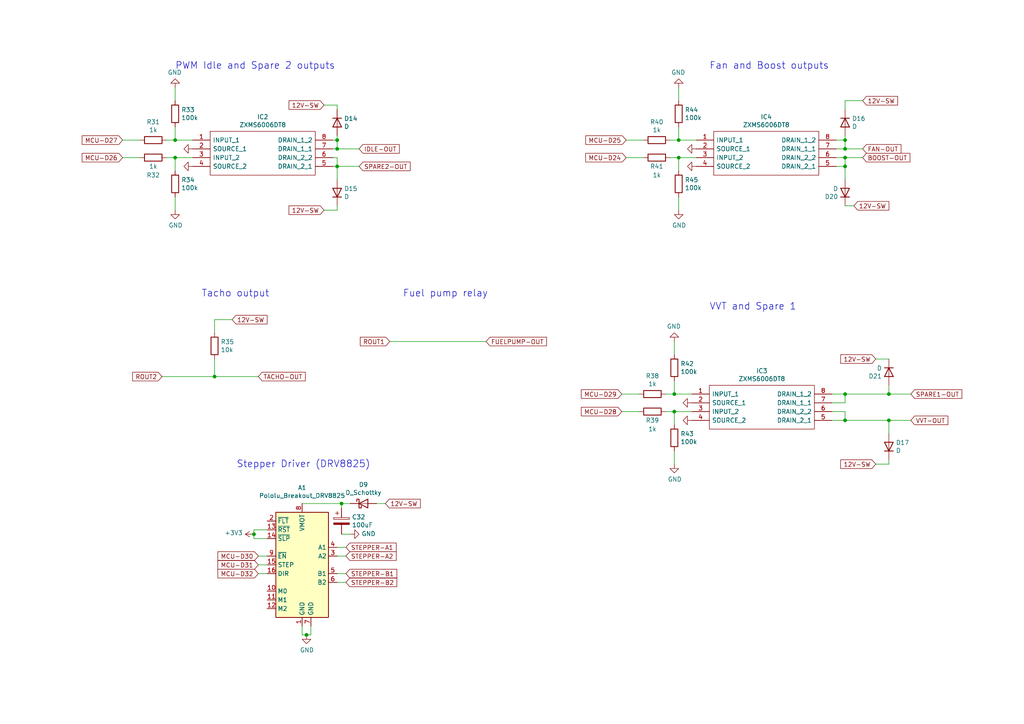
<source format=kicad_sch>
(kicad_sch (version 20230121) (generator eeschema)
  (paper "A4")
  (lib_symbols
    (symbol "Device:CP" (pin_numbers hide) (pin_names (offset 0.254))
      (property "Reference" "C" (at 0.635 2.54 0))
      (property "Value" "Device_CP" (at 0.635 -2.54 0))
      (symbol "CP_0_1"
        (rectangle (start -2.286 0.508) (end 2.286 1.016))
        (polyline (pts (xy -1.778 2.286) (xy -0.762 2.286)))
        (polyline (pts (xy -1.27 2.794) (xy -1.27 1.778)))
        (rectangle (start 2.286 -0.508) (end -2.286 -1.016) (fill (type outline)))
      )
      (symbol "CP_1_1"
        (pin passive line (at 0 3.81 270) (length 2.794) (name "~") (number "1"))
        (pin passive line (at 0 -3.81 90) (length 2.794) (name "~") (number "2"))
      )
    )
    (symbol "Device:D" (pin_numbers hide) (pin_names (offset 1.016) hide)
      (property "Reference" "D" (at 0 2.54 0))
      (property "Value" "D" (at 0 -2.54 0))
      (symbol "D_0_1"
        (polyline (pts (xy -1.27 1.27) (xy -1.27 -1.27)) (stroke (width 0.254)))
        (polyline (pts (xy 1.27 0) (xy -1.27 0)))
        (polyline (pts (xy 1.27 1.27) (xy 1.27 -1.27) (xy -1.27 0) (xy 1.27 1.27)) (stroke (width 0.254)))
      )
      (symbol "D_1_1"
        (pin passive line (at -3.81 0 0) (length 2.54) (name "K") (number "1"))
        (pin passive line (at 3.81 0 180) (length 2.54) (name "A") (number "2"))
      )
    )
    (symbol "Device:D_Schottky" (pin_numbers hide) (pin_names (offset 1.016) hide)
      (property "Reference" "D" (at 0 2.54 0))
      (property "Value" "D_Schottky" (at 0 -2.54 0))
      (symbol "D_Schottky_0_1"
        (polyline (pts (xy 1.27 0) (xy -1.27 0)))
        (polyline (pts (xy 1.27 1.27) (xy 1.27 -1.27) (xy -1.27 0) (xy 1.27 1.27)) (stroke (width 0.254)))
        (polyline (pts (xy -1.905 0.635) (xy -1.905 1.27) (xy -1.27 1.27) (xy -1.27 -1.27) (xy -0.635 -1.27) (xy -0.635 -0.635)) (stroke (width 0.254)))
      )
      (symbol "D_Schottky_1_1"
        (pin passive line (at -3.81 0 0) (length 2.54) (name "K") (number "1"))
        (pin passive line (at 3.81 0 180) (length 2.54) (name "A") (number "2"))
      )
    )
    (symbol "Device:R" (pin_numbers hide) (pin_names (offset 0))
      (property "Reference" "R" (at 2.032 0 90))
      (property "Value" "R" (at 0 0 90))
      (symbol "R_0_1"
        (rectangle (start -1.016 -2.54) (end 1.016 2.54) (stroke (width 0.254)))
      )
      (symbol "R_1_1"
        (pin passive line (at 0 3.81 270) (length 1.27) (name "~") (number "1"))
        (pin passive line (at 0 -3.81 90) (length 1.27) (name "~") (number "2"))
      )
    )
    (symbol "Driver_Motor:Pololu_Breakout_DRV8825"
      (property "Reference" "A" (at -2.54 16.51 0))
      (property "Value" "Pololu_Breakout_DRV8825" (at -2.54 13.97 0))
      (symbol "Pololu_Breakout_DRV8825_0_1"
        (rectangle (start 7.62 -17.78) (end -7.62 12.7) (stroke (width 0.254)) (fill (type background)))
      )
      (symbol "Pololu_Breakout_DRV8825_1_1"
        (pin power_in line (at 0 -20.32 90) (length 2.54) (name "GND") (number "1"))
        (pin input line (at -10.16 -10.16 0) (length 2.54) (name "M0") (number "10"))
        (pin input line (at -10.16 -12.7 0) (length 2.54) (name "M1") (number "11"))
        (pin input line (at -10.16 -15.24 0) (length 2.54) (name "M2") (number "12"))
        (pin input line (at -10.16 7.62 0) (length 2.54) (name "~{RST}") (number "13"))
        (pin input line (at -10.16 5.08 0) (length 2.54) (name "~{SLP}") (number "14"))
        (pin input line (at -10.16 -2.54 0) (length 2.54) (name "STEP") (number "15"))
        (pin input line (at -10.16 -5.08 0) (length 2.54) (name "DIR") (number "16"))
        (pin output line (at -10.16 10.16 0) (length 2.54) (name "~{FLT}") (number "2"))
        (pin output line (at 10.16 0 180) (length 2.54) (name "A2") (number "3"))
        (pin output line (at 10.16 2.54 180) (length 2.54) (name "A1") (number "4"))
        (pin output line (at 10.16 -5.08 180) (length 2.54) (name "B1") (number "5"))
        (pin output line (at 10.16 -7.62 180) (length 2.54) (name "B2") (number "6"))
        (pin power_in line (at 2.54 -20.32 90) (length 2.54) (name "GND") (number "7"))
        (pin power_in line (at 0 15.24 270) (length 2.54) (name "VMOT") (number "8"))
        (pin input line (at -10.16 0 0) (length 2.54) (name "~{EN}") (number "9"))
      )
    )
    (symbol "IC_Automotive:ZXMS6006DT8" (pin_names (offset 0.762))
      (property "Reference" "IC" (at 36.83 7.62 0))
      (property "Value" "ZXMS6006DT8" (at 36.83 5.08 0))
      (symbol "ZXMS6006DT8_0_0"
        (pin passive line (at 0 0 0) (length 5.08) (name "INPUT_1") (number "1"))
        (pin passive line (at 0 -2.54 0) (length 5.08) (name "SOURCE_1") (number "2"))
        (pin passive line (at 0 -5.08 0) (length 5.08) (name "INPUT_2") (number "3"))
        (pin passive line (at 0 -7.62 0) (length 5.08) (name "SOURCE_2") (number "4"))
        (pin passive line (at 40.64 -7.62 180) (length 5.08) (name "DRAIN_2_1") (number "5"))
        (pin passive line (at 40.64 -5.08 180) (length 5.08) (name "DRAIN_2_2") (number "6"))
        (pin passive line (at 40.64 -2.54 180) (length 5.08) (name "DRAIN_1_1") (number "7"))
        (pin passive line (at 40.64 0 180) (length 5.08) (name "DRAIN_1_2") (number "8"))
      )
      (symbol "ZXMS6006DT8_0_1"
        (polyline (pts (xy 5.08 2.54) (xy 35.56 2.54) (xy 35.56 -10.16) (xy 5.08 -10.16) (xy 5.08 2.54)) (stroke (width 0.1524)))
      )
    )
    (symbol "power:+3V3" (power) (pin_names (offset 0))
      (property "Value" "+3V3" (at 0 3.556 0))
      (symbol "+3V3_0_1"
        (polyline (pts (xy -0.762 1.27) (xy 0 2.54)))
        (polyline (pts (xy 0 0) (xy 0 2.54)))
        (polyline (pts (xy 0 2.54) (xy 0.762 1.27)))
      )
      (symbol "+3V3_1_1"
        (pin power_in line (at 0 0 90) (length 0) hide (name "+3V3") (number "1"))
      )
    )
    (symbol "power:GND" (power) (pin_names (offset 0))
      (property "Value" "GND" (at 0 -3.81 0))
      (symbol "GND_0_1"
        (polyline (pts (xy 0 0) (xy 0 -1.27) (xy 1.27 -1.27) (xy 0 -2.54) (xy -1.27 -1.27) (xy 0 -1.27)))
      )
      (symbol "GND_1_1"
        (pin power_in line (at 0 0 270) (length 0) hide (name "GND") (number "1"))
      )
    )
  )
  (junction (at 50.8 40.64))
  (junction (at 195.58 114.3))
  (junction (at 97.79 43.18))
  (junction (at 50.8 45.72))
  (junction (at 196.85 45.72))
  (junction (at 73.66 154.94))
  (junction (at 195.58 119.38))
  (junction (at 245.11 45.72))
  (junction (at 99.06 146.05))
  (junction (at 196.85 40.64))
  (junction (at 245.11 121.92))
  (junction (at 245.11 114.3))
  (junction (at 245.11 48.26))
  (junction (at 257.81 121.92))
  (junction (at 97.79 40.64))
  (junction (at 62.23 109.22))
  (junction (at 88.9 184.15))
  (junction (at 245.11 43.18))
  (junction (at 257.81 114.3))
  (junction (at 97.79 48.26))
  (junction (at 245.11 40.64))
  (wire (pts (xy 73.66 156.21) (xy 73.66 154.94)))
  (wire (pts (xy 97.79 59.69) (xy 97.79 60.96)))
  (wire (pts (xy 245.11 119.38) (xy 245.11 121.92)))
  (wire (pts (xy 101.6 154.94) (xy 99.06 154.94)))
  (wire (pts (xy 88.9 184.15) (xy 87.63 184.15)))
  (wire (pts (xy 245.11 116.84) (xy 245.11 114.3)))
  (wire (pts (xy 242.57 45.72) (xy 245.11 45.72)))
  (wire (pts (xy 50.8 29.21) (xy 50.8 25.4)))
  (wire (pts (xy 87.63 184.15) (xy 87.63 181.61)))
  (wire (pts (xy 242.57 43.18) (xy 245.11 43.18)))
  (wire (pts (xy 257.81 133.35) (xy 257.81 134.62)))
  (wire (pts (xy 100.33 161.29) (xy 97.79 161.29)))
  (wire (pts (xy 50.8 40.64) (xy 55.88 40.64)))
  (wire (pts (xy 74.93 166.37) (xy 77.47 166.37)))
  (wire (pts (xy 196.85 36.83) (xy 196.85 40.64)))
  (wire (pts (xy 46.99 109.22) (xy 62.23 109.22)))
  (wire (pts (xy 245.11 29.21) (xy 245.11 31.75)))
  (wire (pts (xy 97.79 158.75) (xy 100.33 158.75)))
  (wire (pts (xy 99.06 146.05) (xy 87.63 146.05)))
  (wire (pts (xy 241.3 116.84) (xy 245.11 116.84)))
  (wire (pts (xy 245.11 45.72) (xy 245.11 48.26)))
  (wire (pts (xy 73.66 154.94) (xy 73.66 153.67)))
  (wire (pts (xy 245.11 121.92) (xy 257.81 121.92)))
  (wire (pts (xy 62.23 109.22) (xy 74.93 109.22)))
  (wire (pts (xy 97.79 48.26) (xy 96.52 48.26)))
  (wire (pts (xy 195.58 110.49) (xy 195.58 114.3)))
  (wire (pts (xy 90.17 181.61) (xy 90.17 184.15)))
  (wire (pts (xy 181.61 45.72) (xy 186.69 45.72)))
  (wire (pts (xy 97.79 30.48) (xy 97.79 31.75)))
  (wire (pts (xy 97.79 48.26) (xy 97.79 52.07)))
  (wire (pts (xy 241.3 119.38) (xy 245.11 119.38)))
  (wire (pts (xy 97.79 45.72) (xy 97.79 48.26)))
  (wire (pts (xy 50.8 49.53) (xy 50.8 45.72)))
  (wire (pts (xy 195.58 102.87) (xy 195.58 99.06)))
  (wire (pts (xy 180.34 119.38) (xy 185.42 119.38)))
  (wire (pts (xy 100.33 168.91) (xy 97.79 168.91)))
  (wire (pts (xy 245.11 29.21) (xy 250.19 29.21)))
  (wire (pts (xy 113.03 99.06) (xy 140.97 99.06)))
  (wire (pts (xy 186.69 40.64) (xy 181.61 40.64)))
  (wire (pts (xy 242.57 40.64) (xy 245.11 40.64)))
  (wire (pts (xy 194.31 40.64) (xy 196.85 40.64)))
  (wire (pts (xy 48.26 40.64) (xy 50.8 40.64)))
  (wire (pts (xy 257.81 121.92) (xy 264.16 121.92)))
  (wire (pts (xy 111.76 146.05) (xy 109.22 146.05)))
  (wire (pts (xy 245.11 48.26) (xy 245.11 52.07)))
  (wire (pts (xy 62.23 92.71) (xy 62.23 96.52)))
  (wire (pts (xy 196.85 40.64) (xy 201.93 40.64)))
  (wire (pts (xy 195.58 123.19) (xy 195.58 119.38)))
  (wire (pts (xy 35.56 45.72) (xy 40.64 45.72)))
  (wire (pts (xy 97.79 166.37) (xy 100.33 166.37)))
  (wire (pts (xy 194.31 45.72) (xy 196.85 45.72)))
  (wire (pts (xy 241.3 114.3) (xy 245.11 114.3)))
  (wire (pts (xy 196.85 29.21) (xy 196.85 25.4)))
  (wire (pts (xy 245.11 40.64) (xy 245.11 43.18)))
  (wire (pts (xy 245.11 45.72) (xy 250.19 45.72)))
  (wire (pts (xy 254 104.14) (xy 257.81 104.14)))
  (wire (pts (xy 245.11 59.69) (xy 247.65 59.69)))
  (wire (pts (xy 193.04 119.38) (xy 195.58 119.38)))
  (wire (pts (xy 97.79 39.37) (xy 97.79 40.64)))
  (wire (pts (xy 257.81 111.76) (xy 257.81 114.3)))
  (wire (pts (xy 196.85 49.53) (xy 196.85 45.72)))
  (wire (pts (xy 241.3 121.92) (xy 245.11 121.92)))
  (wire (pts (xy 74.93 161.29) (xy 77.47 161.29)))
  (wire (pts (xy 96.52 45.72) (xy 97.79 45.72)))
  (wire (pts (xy 50.8 36.83) (xy 50.8 40.64)))
  (wire (pts (xy 196.85 45.72) (xy 201.93 45.72)))
  (wire (pts (xy 99.06 147.32) (xy 99.06 146.05)))
  (wire (pts (xy 101.6 146.05) (xy 99.06 146.05)))
  (wire (pts (xy 97.79 60.96) (xy 93.98 60.96)))
  (wire (pts (xy 62.23 104.14) (xy 62.23 109.22)))
  (wire (pts (xy 257.81 114.3) (xy 264.16 114.3)))
  (wire (pts (xy 195.58 119.38) (xy 200.66 119.38)))
  (wire (pts (xy 40.64 40.64) (xy 35.56 40.64)))
  (wire (pts (xy 196.85 57.15) (xy 196.85 60.96)))
  (wire (pts (xy 48.26 45.72) (xy 50.8 45.72)))
  (wire (pts (xy 257.81 121.92) (xy 257.81 125.73)))
  (wire (pts (xy 77.47 163.83) (xy 74.93 163.83)))
  (wire (pts (xy 93.98 30.48) (xy 97.79 30.48)))
  (wire (pts (xy 90.17 184.15) (xy 88.9 184.15)))
  (wire (pts (xy 97.79 40.64) (xy 97.79 43.18)))
  (wire (pts (xy 97.79 43.18) (xy 96.52 43.18)))
  (wire (pts (xy 193.04 114.3) (xy 195.58 114.3)))
  (wire (pts (xy 96.52 40.64) (xy 97.79 40.64)))
  (wire (pts (xy 104.14 43.18) (xy 97.79 43.18)))
  (wire (pts (xy 245.11 39.37) (xy 245.11 40.64)))
  (wire (pts (xy 97.79 48.26) (xy 104.14 48.26)))
  (wire (pts (xy 50.8 57.15) (xy 50.8 60.96)))
  (wire (pts (xy 195.58 130.81) (xy 195.58 134.62)))
  (wire (pts (xy 242.57 48.26) (xy 245.11 48.26)))
  (wire (pts (xy 67.31 92.71) (xy 62.23 92.71)))
  (wire (pts (xy 77.47 156.21) (xy 73.66 156.21)))
  (wire (pts (xy 195.58 114.3) (xy 200.66 114.3)))
  (wire (pts (xy 245.11 43.18) (xy 250.19 43.18)))
  (wire (pts (xy 50.8 45.72) (xy 55.88 45.72)))
  (wire (pts (xy 245.11 114.3) (xy 257.81 114.3)))
  (wire (pts (xy 73.66 153.67) (xy 77.47 153.67)))
  (wire (pts (xy 257.81 134.62) (xy 254 134.62)))
  (wire (pts (xy 185.42 114.3) (xy 180.34 114.3)))
  (text "Fan and Boost outputs" (at 205.74 20.32 0) (effects (font (size 1.9812 1.9812)) (justify left bottom)))
  (text "Fuel pump relay" (at 116.84 86.36 0) (effects (font (size 1.9812 1.9812)) (justify left bottom)))
  (text "PWM Idle and Spare 2 outputs" (at 50.8 20.32 0) (effects (font (size 1.9812 1.9812)) (justify left bottom)))
  (text "Tacho output" (at 58.42 86.36 0) (effects (font (size 1.9812 1.9812)) (justify left bottom)))
  (text "VVT and Spare 1" (at 205.74 90.17 0) (effects (font (size 1.9812 1.9812)) (justify left bottom)))
  (text "Stepper Driver (DRV8825)" (at 68.58 135.89 0) (effects (font (size 1.9812 1.9812)) (justify left bottom)))
  (global_label "12V-SW" (shape input) (at 67.31 92.71 0) (property "Intersheetrefs" "${INTERSHEET_REFS}" (effects hide)))
  (global_label "MCU-D32" (shape input) (at 74.93 166.37 180) (property "Intersheetrefs" "${INTERSHEET_REFS}" (effects hide)))
  (global_label "MCU-D30" (shape input) (at 74.93 161.29 180) (property "Intersheetrefs" "${INTERSHEET_REFS}" (effects hide)))
  (global_label "IDLE-OUT" (shape input) (at 104.14 43.18 0) (property "Intersheetrefs" "${INTERSHEET_REFS}" (effects hide)))
  (global_label "MCU-D28" (shape input) (at 180.34 119.38 180) (property "Intersheetrefs" "${INTERSHEET_REFS}" (effects hide)))
  (global_label "12V-SW" (shape input) (at 93.98 60.96 180) (property "Intersheetrefs" "${INTERSHEET_REFS}" (effects hide)))
  (global_label "STEPPER-A1" (shape input) (at 100.33 158.75 0) (property "Intersheetrefs" "${INTERSHEET_REFS}" (effects hide)))
  (global_label "SPARE2-OUT" (shape input) (at 104.14 48.26 0) (property "Intersheetrefs" "${INTERSHEET_REFS}" (effects hide)))
  (global_label "BOOST-OUT" (shape input) (at 250.19 45.72 0) (property "Intersheetrefs" "${INTERSHEET_REFS}" (effects hide)))
  (global_label "STEPPER-A2" (shape input) (at 100.33 161.29 0) (property "Intersheetrefs" "${INTERSHEET_REFS}" (effects hide)))
  (global_label "TACHO-OUT" (shape input) (at 74.93 109.22 0) (property "Intersheetrefs" "${INTERSHEET_REFS}" (effects hide)))
  (global_label "STEPPER-B2" (shape input) (at 100.33 168.91 0) (property "Intersheetrefs" "${INTERSHEET_REFS}" (effects hide)))
  (global_label "12V-SW" (shape input) (at 254 134.62 180) (property "Intersheetrefs" "${INTERSHEET_REFS}" (effects hide)))
  (global_label "12V-SW" (shape input) (at 93.98 30.48 180) (property "Intersheetrefs" "${INTERSHEET_REFS}" (effects hide)))
  (global_label "MCU-D26" (shape input) (at 35.56 45.72 180) (property "Intersheetrefs" "${INTERSHEET_REFS}" (effects hide)))
  (global_label "VVT-OUT" (shape input) (at 264.16 121.92 0) (property "Intersheetrefs" "${INTERSHEET_REFS}" (effects hide)))
  (global_label "SPARE1-OUT" (shape input) (at 264.16 114.3 0) (property "Intersheetrefs" "${INTERSHEET_REFS}" (effects hide)))
  (global_label "ROUT2" (shape input) (at 46.99 109.22 180) (property "Intersheetrefs" "${INTERSHEET_REFS}" (effects hide)))
  (global_label "FAN-OUT" (shape input) (at 250.19 43.18 0) (property "Intersheetrefs" "${INTERSHEET_REFS}" (effects hide)))
  (global_label "ROUT1" (shape input) (at 113.03 99.06 180) (property "Intersheetrefs" "${INTERSHEET_REFS}" (effects hide)))
  (global_label "MCU-D31" (shape input) (at 74.93 163.83 180) (property "Intersheetrefs" "${INTERSHEET_REFS}" (effects hide)))
  (global_label "FUELPUMP-OUT" (shape input) (at 140.97 99.06 0) (property "Intersheetrefs" "${INTERSHEET_REFS}" (effects hide)))
  (global_label "MCU-D29" (shape input) (at 180.34 114.3 180) (property "Intersheetrefs" "${INTERSHEET_REFS}" (effects hide)))
  (global_label "MCU-D25" (shape input) (at 181.61 40.64 180) (property "Intersheetrefs" "${INTERSHEET_REFS}" (effects hide)))
  (global_label "MCU-D27" (shape input) (at 35.56 40.64 180) (property "Intersheetrefs" "${INTERSHEET_REFS}" (effects hide)))
  (global_label "MCU-D24" (shape input) (at 181.61 45.72 180) (property "Intersheetrefs" "${INTERSHEET_REFS}" (effects hide)))
  (global_label "12V-SW" (shape input) (at 250.19 29.21 0) (property "Intersheetrefs" "${INTERSHEET_REFS}" (effects hide)))
  (global_label "STEPPER-B1" (shape input) (at 100.33 166.37 0) (property "Intersheetrefs" "${INTERSHEET_REFS}" (effects hide)))
  (global_label "12V-SW" (shape input) (at 254 104.14 180) (property "Intersheetrefs" "${INTERSHEET_REFS}" (effects hide)))
  (global_label "12V-SW" (shape input) (at 111.76 146.05 0) (property "Intersheetrefs" "${INTERSHEET_REFS}" (effects hide)))
  (global_label "12V-SW" (shape input) (at 247.65 59.69 0) (property "Intersheetrefs" "${INTERSHEET_REFS}" (effects hide)))
  (symbol (lib_id "Device:R") (at 189.23 114.3 270) (unit 1)
    (property "Reference" "R38" (at 189.23 109.0422 90))
    (property "Value" "1k" (at 189.23 111.3536 90))
    (property "Footprint" "Resistor_SMD:R_0805_2012Metric_Pad1.15x1.40mm_HandSolder" (effects hide))
    (property "Manufacturer_Name" "Yageo" (effects hide))
    (property "Manufacturer_Part_Number" "RC0805FR-071KL" (effects hide))
    (property "URL" "https://www.digikey.com/product-detail/en/yageo/RC0805FR-071KL/311-1.00KCRCT-ND/730391" (effects hide))
    (property "Digikey Part Number" "311-1.00KCRCT-ND" (effects hide))
  )
  (symbol (lib_id "Device:R") (at 189.23 119.38 270) (unit 1)
    (property "Reference" "R39" (at 189.23 121.92 90))
    (property "Value" "1k" (at 189.23 124.46 90))
    (property "Footprint" "Resistor_SMD:R_0805_2012Metric_Pad1.15x1.40mm_HandSolder" (effects hide))
    (property "Manufacturer_Name" "Yageo" (effects hide))
    (property "Manufacturer_Part_Number" "RC0805FR-071KL" (effects hide))
    (property "URL" "https://www.digikey.com/product-detail/en/yageo/RC0805FR-071KL/311-1.00KCRCT-ND/730391" (effects hide))
    (property "Digikey Part Number" "311-1.00KCRCT-ND" (effects hide))
  )
  (symbol (lib_id "Device:R") (at 195.58 127 180) (unit 1)
    (property "Reference" "R43" (at 197.358 125.8316 0) (effects (justify right)))
    (property "Value" "100k" (at 197.358 128.143 0) (effects (justify right)))
    (property "Footprint" "Resistor_SMD:R_0805_2012Metric_Pad1.15x1.40mm_HandSolder" (effects hide))
    (property "Manufacturer_Name" "Yageo" (effects hide))
    (property "Manufacturer_Part_Number" "RC0805FR-07100KL" (effects hide))
    (property "URL" "https://www.digikey.com/product-detail/en/yageo/RC0805FR-07100KL/311-100KCRCT-ND/730491" (effects hide))
    (property "Digikey Part Number" "311-100KCRCT-ND" (effects hide))
  )
  (symbol (lib_id "Device:R") (at 195.58 106.68 180) (unit 1)
    (property "Reference" "R42" (at 197.358 105.5116 0) (effects (justify right)))
    (property "Value" "100k" (at 197.358 107.823 0) (effects (justify right)))
    (property "Footprint" "Resistor_SMD:R_0805_2012Metric_Pad1.15x1.40mm_HandSolder" (effects hide))
    (property "Manufacturer_Name" "Yageo" (effects hide))
    (property "Manufacturer_Part_Number" "RC0805FR-07100KL" (effects hide))
    (property "URL" "https://www.digikey.com/product-detail/en/yageo/RC0805FR-07100KL/311-100KCRCT-ND/730491" (effects hide))
    (property "Digikey Part Number" "311-100KCRCT-ND" (effects hide))
  )
  (symbol (lib_id "power:GND") (at 195.58 99.06 180) (unit 1)
    (property "Reference" "#PWR0177" (effects hide))
    (property "Value" "GND" (at 195.453 94.6658 0))
  )
  (symbol (lib_id "power:GND") (at 195.58 134.62 0) (unit 1)
    (property "Reference" "#PWR0178" (effects hide))
    (property "Value" "GND" (at 195.707 139.0142 0))
  )
  (symbol (lib_id "Device:D") (at 257.81 129.54 90) (unit 1)
    (property "Reference" "D17" (at 259.8166 128.3716 90) (effects (justify right)))
    (property "Value" "D" (at 259.8166 130.683 90) (effects (justify right)))
    (property "Footprint" "Diode_SMD:D_SOD-323" (effects hide))
    (property "Manufacturer_Name" "MCC" (effects hide))
    (property "Manufacturer_Part_Number" "1N4448WX-TP" (effects hide))
    (property "URL" "https://www.digikey.com/product-detail/en/micro-commercial-co/1N4448WX-TP/1N4448WXTPMSCT-ND/789338" (effects hide))
    (property "Digikey Part Number" "1N4448WXTPMSCT-ND" (effects hide))
  )
  (symbol (lib_id "Device:D") (at 245.11 35.56 270) (unit 1)
    (property "Reference" "D16" (at 247.1166 34.3916 90) (effects (justify left)))
    (property "Value" "D" (at 247.1166 36.703 90) (effects (justify left)))
    (property "Footprint" "Diode_SMD:D_SOD-323" (effects hide))
    (property "Manufacturer_Name" "MCC" (effects hide))
    (property "Manufacturer_Part_Number" "1N4448WX-TP" (effects hide))
    (property "URL" "https://www.digikey.com/product-detail/en/micro-commercial-co/1N4448WX-TP/1N4448WXTPMSCT-ND/789338" (effects hide))
    (property "Digikey Part Number" "1N4448WXTPMSCT-ND" (effects hide))
  )
  (symbol (lib_id "Device:R") (at 44.45 40.64 270) (unit 1)
    (property "Reference" "R31" (at 44.45 35.3822 90))
    (property "Value" "1k" (at 44.45 37.6936 90))
    (property "Footprint" "Resistor_SMD:R_0805_2012Metric_Pad1.15x1.40mm_HandSolder" (effects hide))
    (property "Manufacturer_Name" "Yageo" (effects hide))
    (property "Manufacturer_Part_Number" "RC0805FR-071KL" (effects hide))
    (property "URL" "https://www.digikey.com/product-detail/en/yageo/RC0805FR-071KL/311-1.00KCRCT-ND/730391" (effects hide))
    (property "Digikey Part Number" "311-1.00KCRCT-ND" (effects hide))
  )
  (symbol (lib_id "Device:R") (at 44.45 45.72 270) (unit 1)
    (property "Reference" "R32" (at 44.45 50.8 90))
    (property "Value" "1k" (at 44.45 48.26 90))
    (property "Footprint" "Resistor_SMD:R_0805_2012Metric_Pad1.15x1.40mm_HandSolder" (effects hide))
    (property "Manufacturer_Name" "Yageo" (effects hide))
    (property "Manufacturer_Part_Number" "RC0805FR-071KL" (effects hide))
    (property "URL" "https://www.digikey.com/product-detail/en/yageo/RC0805FR-071KL/311-1.00KCRCT-ND/730391" (effects hide))
    (property "Digikey Part Number" "311-1.00KCRCT-ND" (effects hide))
  )
  (symbol (lib_id "Device:R") (at 50.8 53.34 180) (unit 1)
    (property "Reference" "R34" (at 52.578 52.1716 0) (effects (justify right)))
    (property "Value" "100k" (at 52.578 54.483 0) (effects (justify right)))
    (property "Footprint" "Resistor_SMD:R_0805_2012Metric_Pad1.15x1.40mm_HandSolder" (effects hide))
    (property "Manufacturer_Name" "Yageo" (effects hide))
    (property "Manufacturer_Part_Number" "RC0805FR-07100KL" (effects hide))
    (property "URL" "https://www.digikey.com/product-detail/en/yageo/RC0805FR-07100KL/311-100KCRCT-ND/730491" (effects hide))
    (property "Digikey Part Number" "311-100KCRCT-ND" (effects hide))
  )
  (symbol (lib_id "Device:R") (at 50.8 33.02 180) (unit 1)
    (property "Reference" "R33" (at 52.578 31.8516 0) (effects (justify right)))
    (property "Value" "100k" (at 52.578 34.163 0) (effects (justify right)))
    (property "Footprint" "Resistor_SMD:R_0805_2012Metric_Pad1.15x1.40mm_HandSolder" (effects hide))
    (property "Manufacturer_Name" "Yageo" (effects hide))
    (property "Manufacturer_Part_Number" "RC0805FR-07100KL" (effects hide))
    (property "URL" "https://www.digikey.com/product-detail/en/yageo/RC0805FR-07100KL/311-100KCRCT-ND/730491" (effects hide))
    (property "Digikey Part Number" "311-100KCRCT-ND" (effects hide))
  )
  (symbol (lib_id "power:GND") (at 50.8 25.4 180) (unit 1)
    (property "Reference" "#PWR0166" (effects hide))
    (property "Value" "GND" (at 50.673 21.0058 0))
  )
  (symbol (lib_id "power:GND") (at 50.8 60.96 0) (unit 1)
    (property "Reference" "#PWR0167" (effects hide))
    (property "Value" "GND" (at 50.927 65.3542 0))
  )
  (symbol (lib_id "Device:R") (at 190.5 40.64 270) (unit 1)
    (property "Reference" "R40" (at 190.5 35.3822 90))
    (property "Value" "1k" (at 190.5 37.6936 90))
    (property "Footprint" "Resistor_SMD:R_0805_2012Metric_Pad1.15x1.40mm_HandSolder" (effects hide))
    (property "Manufacturer_Name" "Yageo" (effects hide))
    (property "Manufacturer_Part_Number" "RC0805FR-071KL" (effects hide))
    (property "URL" "https://www.digikey.com/product-detail/en/yageo/RC0805FR-071KL/311-1.00KCRCT-ND/730391" (effects hide))
    (property "Digikey Part Number" "311-1.00KCRCT-ND" (effects hide))
  )
  (symbol (lib_id "Device:R") (at 190.5 45.72 270) (unit 1)
    (property "Reference" "R41" (at 190.5 48.26 90))
    (property "Value" "1k" (at 190.5 50.8 90))
    (property "Footprint" "Resistor_SMD:R_0805_2012Metric_Pad1.15x1.40mm_HandSolder" (effects hide))
    (property "Manufacturer_Name" "Yageo" (effects hide))
    (property "Manufacturer_Part_Number" "RC0805FR-071KL" (effects hide))
    (property "URL" "https://www.digikey.com/product-detail/en/yageo/RC0805FR-071KL/311-1.00KCRCT-ND/730391" (effects hide))
    (property "Digikey Part Number" "311-1.00KCRCT-ND" (effects hide))
  )
  (symbol (lib_id "Device:R") (at 196.85 53.34 180) (unit 1)
    (property "Reference" "R45" (at 198.628 52.1716 0) (effects (justify right)))
    (property "Value" "100k" (at 198.628 54.483 0) (effects (justify right)))
    (property "Footprint" "Resistor_SMD:R_0805_2012Metric_Pad1.15x1.40mm_HandSolder" (effects hide))
    (property "Manufacturer_Name" "Yageo" (effects hide))
    (property "Manufacturer_Part_Number" "RC0805FR-07100KL" (effects hide))
    (property "URL" "https://www.digikey.com/product-detail/en/yageo/RC0805FR-07100KL/311-100KCRCT-ND/730491" (effects hide))
    (property "Digikey Part Number" "311-100KCRCT-ND" (effects hide))
  )
  (symbol (lib_id "Device:R") (at 196.85 33.02 180) (unit 1)
    (property "Reference" "R44" (at 198.628 31.8516 0) (effects (justify right)))
    (property "Value" "100k" (at 198.628 34.163 0) (effects (justify right)))
    (property "Footprint" "Resistor_SMD:R_0805_2012Metric_Pad1.15x1.40mm_HandSolder" (effects hide))
    (property "Manufacturer_Name" "Yageo" (effects hide))
    (property "Manufacturer_Part_Number" "RC0805FR-07100KL" (effects hide))
    (property "URL" "https://www.digikey.com/product-detail/en/yageo/RC0805FR-07100KL/311-100KCRCT-ND/730491" (effects hide))
    (property "Digikey Part Number" "311-100KCRCT-ND" (effects hide))
  )
  (symbol (lib_id "power:GND") (at 196.85 25.4 180) (unit 1)
    (property "Reference" "#PWR0170" (effects hide))
    (property "Value" "GND" (at 196.723 21.0058 0))
  )
  (symbol (lib_id "power:GND") (at 196.85 60.96 0) (unit 1)
    (property "Reference" "#PWR0171" (effects hide))
    (property "Value" "GND" (at 196.977 65.3542 0))
  )
  (symbol (lib_id "Device:D") (at 97.79 55.88 90) (unit 1)
    (property "Reference" "D15" (at 99.7966 54.7116 90) (effects (justify right)))
    (property "Value" "D" (at 99.7966 57.023 90) (effects (justify right)))
    (property "Footprint" "Diode_SMD:D_SOD-323" (effects hide))
    (property "Manufacturer_Name" "MCC" (effects hide))
    (property "Manufacturer_Part_Number" "1N4448WX-TP" (effects hide))
    (property "URL" "https://www.digikey.com/product-detail/en/micro-commercial-co/1N4448WX-TP/1N4448WXTPMSCT-ND/789338" (effects hide))
    (property "Digikey Part Number" "1N4448WXTPMSCT-ND" (effects hide))
  )
  (symbol (lib_id "Device:D") (at 97.79 35.56 270) (unit 1)
    (property "Reference" "D14" (at 99.7966 34.3916 90) (effects (justify left)))
    (property "Value" "D" (at 99.7966 36.703 90) (effects (justify left)))
    (property "Footprint" "Diode_SMD:D_SOD-323" (effects hide))
    (property "Manufacturer_Name" "MCC" (effects hide))
    (property "Manufacturer_Part_Number" "1N4448WX-TP" (effects hide))
    (property "URL" "https://www.digikey.com/product-detail/en/micro-commercial-co/1N4448WX-TP/1N4448WXTPMSCT-ND/789338" (effects hide))
    (property "Digikey Part Number" "1N4448WXTPMSCT-ND" (effects hide))
  )
  (symbol (lib_id "Device:R") (at 62.23 100.33 180) (unit 1)
    (property "Reference" "R35" (at 64.008 99.1616 0) (effects (justify right)))
    (property "Value" "10k" (at 64.008 101.473 0) (effects (justify right)))
    (property "Footprint" "Resistor_SMD:R_0805_2012Metric" (effects hide))
    (property "Manufacturer_Name" "Yageo" (effects hide))
    (property "Manufacturer_Part_Number" "RC0805JR-0710KL" (effects hide))
    (property "URL" "https://www.digikey.com/product-detail/en/yageo/RC0805JR-0710KL/311-10KARCT-ND/731188" (effects hide))
    (property "Digikey Part Number" "311-10KARCT-ND" (effects hide))
  )
  (symbol (lib_id "Device:D") (at 245.11 55.88 90) (unit 1)
    (property "Reference" "D20" (at 243.1034 57.0484 90) (effects (justify left)))
    (property "Value" "D" (at 243.1034 54.737 90) (effects (justify left)))
    (property "Footprint" "Diode_SMD:D_SOD-323" (effects hide))
    (property "Manufacturer_Name" "MCC" (effects hide))
    (property "Manufacturer_Part_Number" "1N4448WX-TP" (effects hide))
    (property "URL" "https://www.digikey.com/product-detail/en/micro-commercial-co/1N4448WX-TP/1N4448WXTPMSCT-ND/789338" (effects hide))
    (property "Digikey Part Number" "1N4448WXTPMSCT-ND" (effects hide))
  )
  (symbol (lib_id "Device:D") (at 257.81 107.95 270) (unit 1)
    (property "Reference" "D21" (at 255.8034 109.1184 90) (effects (justify right)))
    (property "Value" "D" (at 255.8034 106.807 90) (effects (justify right)))
    (property "Footprint" "Diode_SMD:D_SOD-323" (effects hide))
    (property "Manufacturer_Name" "MCC" (effects hide))
    (property "Manufacturer_Part_Number" "1N4448WX-TP" (effects hide))
    (property "URL" "https://www.digikey.com/product-detail/en/micro-commercial-co/1N4448WX-TP/1N4448WXTPMSCT-ND/789338" (effects hide))
    (property "Digikey Part Number" "1N4448WXTPMSCT-ND" (effects hide))
  )
  (symbol (lib_id "Driver_Motor:Pololu_Breakout_DRV8825") (at 87.63 161.29 0) (unit 1)
    (property "Reference" "A1" (at 87.63 141.4526 0))
    (property "Value" "Pololu_Breakout_DRV8825" (at 87.63 143.764 0))
    (property "Footprint" "Module:Pololu_Breakout-16_15.2x20.3mm" (effects hide))
    (property "Datasheet" "https://www.pololu.com/product/2982" (effects hide))
  )
  (symbol (lib_id "power:GND") (at 88.9 184.15 0) (unit 1)
    (property "Reference" "#PWR0174" (effects hide))
    (property "Value" "GND" (at 89.027 188.5442 0))
  )
  (symbol (lib_id "Device:CP") (at 99.06 151.13 0) (unit 1)
    (property "Reference" "C32" (at 102.0572 149.9616 0) (effects (justify left)))
    (property "Value" "100uF" (at 102.0572 152.273 0) (effects (justify left)))
    (property "Footprint" "Capacitor_SMD:CP_Elec_6.3x7.7" (effects hide))
    (property "Digikey Part Number" "P124821CT-ND" (effects hide))
    (property "Manufacturer_Name" "Panasonic" (effects hide))
    (property "Manufacturer_Part_Number" "EEE-FT1V101AV" (effects hide))
    (property "URL" "https://www.digikey.com.au/product-detail/en/panasonic-electronic-components/EEE-FT1V101AV/P124821CT-ND/10290763" (effects hide))
  )
  (symbol (lib_id "power:GND") (at 101.6 154.94 90) (unit 1)
    (property "Reference" "#PWR0194" (effects hide))
    (property "Value" "GND" (at 104.8512 154.813 90) (effects (justify right)))
  )
  (symbol (lib_id "power:+3V3") (at 73.66 154.94 90) (unit 1)
    (property "Reference" "#PWR0195" (effects hide))
    (property "Value" "+3V3" (at 70.4088 154.559 90) (effects (justify left)))
  )
  (symbol (lib_id "Device:D_Schottky") (at 105.41 146.05 0) (unit 1)
    (property "Reference" "D9" (at 105.41 140.5636 0))
    (property "Value" "D_Schottky" (at 105.41 142.875 0))
    (property "Footprint" "Diode_SMD:D_PowerDI-123" (effects hide))
    (property "Digikey Part Number" "DFLS2100-7DICT-ND" (effects hide))
    (property "Manufacturer_Name" "Diodes Inc." (effects hide))
    (property "Manufacturer_Part_Number" "DFLS2100-7" (effects hide))
    (property "URL" "https://www.digikey.com/product-detail/en/diodes-incorporated/DFLS2100-7/DFLS2100-7DICT-ND/3451552" (effects hide))
  )
  (symbol (lib_id "power:GND") (at 55.88 48.26 270) (unit 1)
    (property "Reference" "#PWR0125" (effects hide))
    (property "Value" "GND" (effects hide))
  )
  (symbol (lib_id "power:GND") (at 55.88 43.18 270) (unit 1)
    (property "Reference" "#PWR0168" (effects hide))
    (property "Value" "GND" (effects hide))
  )
  (symbol (lib_id "power:GND") (at 201.93 48.26 270) (unit 1)
    (property "Reference" "#PWR0169" (effects hide))
    (property "Value" "GND" (effects hide))
  )
  (symbol (lib_id "power:GND") (at 201.93 43.18 270) (unit 1)
    (property "Reference" "#PWR0172" (effects hide))
    (property "Value" "GND" (effects hide))
  )
  (symbol (lib_id "power:GND") (at 200.66 121.92 270) (unit 1)
    (property "Reference" "#PWR0173" (effects hide))
    (property "Value" "GND" (effects hide))
  )
  (symbol (lib_id "power:GND") (at 200.66 116.84 270) (unit 1)
    (property "Reference" "#PWR0179" (effects hide))
    (property "Value" "GND" (effects hide))
  )
  (symbol (lib_id "IC_Automotive:ZXMS6006DT8") (at 200.66 114.3 0) (unit 1)
    (property "Reference" "IC3" (at 220.98 107.569 0))
    (property "Value" "ZXMS6006DT8" (at 220.98 109.8804 0))
    (property "Footprint" "IC_Automotive:Diodes_SM8" (effects hide))
    (property "Height" "1.75" (effects hide))
    (property "Manufacturer_Name" "Diodes Inc" (effects hide))
    (property "Digikey Part Number" "ZXMS6006DT8TADICT-ND" (effects hide))
    (property "Manufacturer_Part_Number" "ZXMS6006DT8" (effects hide))
    (property "URL" "https://www.digikey.com.au/en/products/detail/diodes-incorporated/ZXMS6006DT8TA/4250146?s=N4IgTCBcDaIFoA0CyBlAbABg2gIgFQA4QBdAXyA" (effects hide))
  )
  (symbol (lib_id "IC_Automotive:ZXMS6006DT8") (at 201.93 40.64 0) (unit 1)
    (property "Reference" "IC4" (at 222.25 33.909 0))
    (property "Value" "ZXMS6006DT8" (at 222.25 36.2204 0))
    (property "Footprint" "IC_Automotive:Diodes_SM8" (effects hide))
    (property "Height" "1.75" (effects hide))
    (property "Manufacturer_Name" "Diodes Inc" (effects hide))
    (property "Digikey Part Number" "ZXMS6006DT8TADICT-ND" (effects hide))
    (property "Manufacturer_Part_Number" "ZXMS6006DT8" (effects hide))
    (property "URL" "https://www.digikey.com.au/en/products/detail/diodes-incorporated/ZXMS6006DT8TA/4250146?s=N4IgTCBcDaIFoA0CyBlAbABg2gIgFQA4QBdAXyA" (effects hide))
  )
  (symbol (lib_id "IC_Automotive:ZXMS6006DT8") (at 55.88 40.64 0) (unit 1)
    (property "Reference" "IC2" (at 76.2 33.909 0))
    (property "Value" "ZXMS6006DT8" (at 76.2 36.2204 0))
    (property "Footprint" "IC_Automotive:Diodes_SM8" (effects hide))
    (property "Height" "1.75" (effects hide))
    (property "Manufacturer_Name" "Diodes Inc" (effects hide))
    (property "Digikey Part Number" "ZXMS6006DT8TADICT-ND" (effects hide))
    (property "Manufacturer_Part_Number" "ZXMS6006DT8" (effects hide))
    (property "URL" "https://www.digikey.com.au/en/products/detail/diodes-incorporated/ZXMS6006DT8TA/4250146?s=N4IgTCBcDaIFoA0CyBlAbABg2gIgFQA4QBdAXyA" (effects hide))
  )
)
</source>
